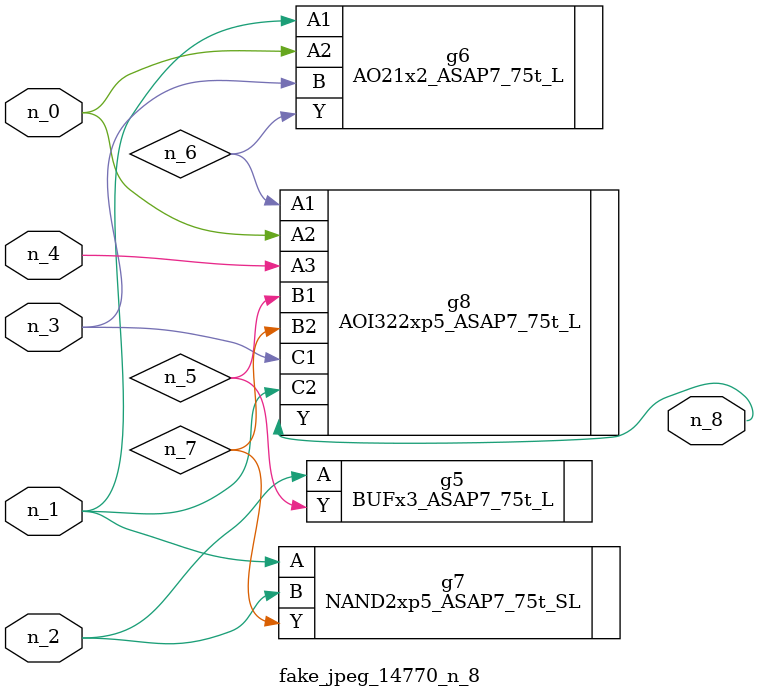
<source format=v>
module fake_jpeg_14770_n_8 (n_3, n_2, n_1, n_0, n_4, n_8);

input n_3;
input n_2;
input n_1;
input n_0;
input n_4;

output n_8;

wire n_6;
wire n_5;
wire n_7;

BUFx3_ASAP7_75t_L g5 ( 
.A(n_2),
.Y(n_5)
);

AO21x2_ASAP7_75t_L g6 ( 
.A1(n_1),
.A2(n_0),
.B(n_3),
.Y(n_6)
);

NAND2xp5_ASAP7_75t_SL g7 ( 
.A(n_1),
.B(n_2),
.Y(n_7)
);

AOI322xp5_ASAP7_75t_L g8 ( 
.A1(n_6),
.A2(n_0),
.A3(n_4),
.B1(n_5),
.B2(n_7),
.C1(n_3),
.C2(n_1),
.Y(n_8)
);


endmodule
</source>
